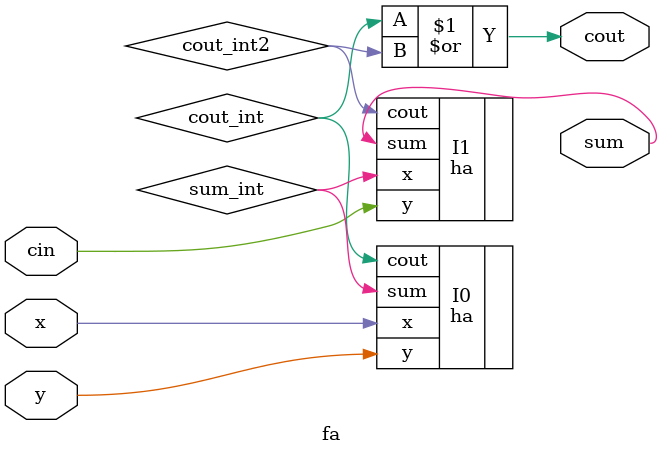
<source format=v>

/*

MIT License

Copyright (c) 2017 Michael (Tao-Yi) Lee

Permission is hereby granted, free of charge, to any person obtaining a copy of this software and associated documentation files (the "Software"), to deal in the Software without restriction, including without limitation the rights to use, copy, modify, merge, publish, distribute, sublicense, and/or sell copies of the Software, and to permit persons to whom the Software is furnished to do so, subject to the following conditions:

The above copyright notice and this permission notice shall be included in all copies or substantial portions of the Software.

THE SOFTWARE IS PROVIDED "AS IS", WITHOUT WARRANTY OF ANY KIND, EXPRESS OR IMPLIED, INCLUDING BUT NOT LIMITED TO THE WARRANTIES OF MERCHANTABILITY, FITNESS FOR A PARTICULAR PURPOSE AND NONINFRINGEMENT. IN NO EVENT SHALL THE AUTHORS OR COPYRIGHT HOLDERS BE LIABLE FOR ANY CLAIM, DAMAGES OR OTHER LIABILITY, WHETHER IN AN ACTION OF CONTRACT, TORT OR OTHERWISE, ARISING FROM, OUT OF OR IN CONNECTION WITH THE SOFTWARE OR THE USE OR OTHER DEALINGS IN THE SOFTWARE.

*/

module fa(x, y, cin, cout, sum);
	input x, y, cin;
	output cout, sum;
	wire cout_int, cout_int2;
	wire sum_int;
	ha I0(.x(x), .y(y), .cout(cout_int), .sum(sum_int));
	ha I1(.x(sum_int), .y(cin), .cout(cout_int2), .sum(sum));
	assign cout = cout_int | cout_int2;
endmodule

</source>
